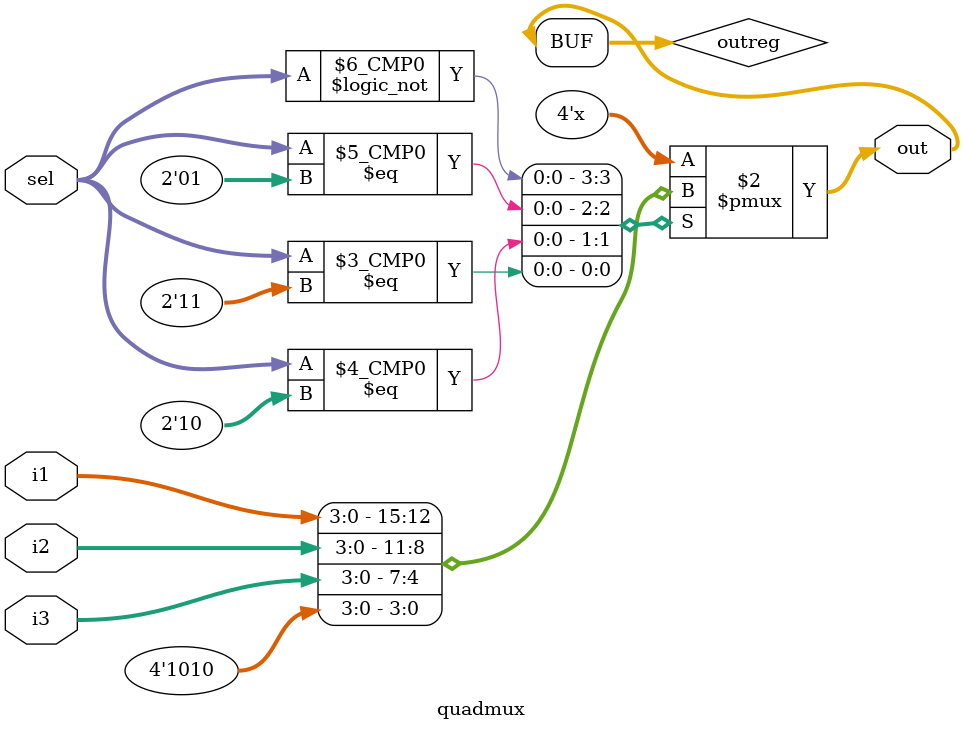
<source format=v>
`timescale 1ns / 1ps


module quadmux(
    input [3:0] i1,
    input [3:0] i2,
    input [3:0] i3,
    input [1:0] sel,
    output wire [3:0] out
    );
    reg [3:0] outreg;
    always @(*) begin
        case(sel)
            
            2'b00 : outreg = i1;
            2'b01 : outreg = i2;
            2'b10 : outreg = i3;
            2'b11 : outreg = 4'd10;
        
        endcase
    end
    
    assign out = outreg;
    
endmodule

</source>
